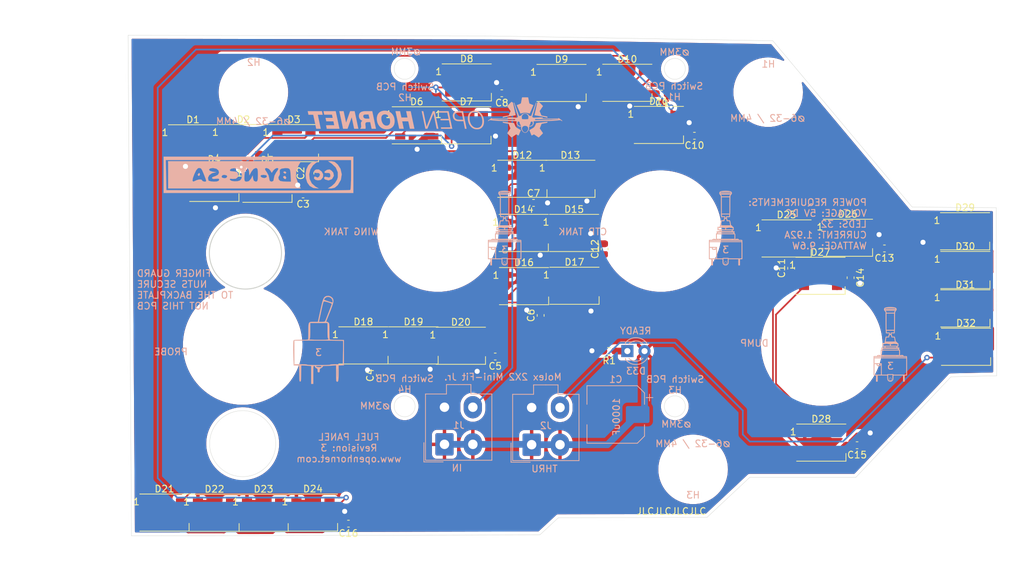
<source format=kicad_pcb>
(kicad_pcb (version 20211014) (generator pcbnew)
  (title_block (title "FUEL PANEL") (date "2023-02-10") (rev "3"))
  (layers (0 "F.Cu" signal) (31 "B.Cu" signal) (34 "B.Paste" user) (35 "F.Paste" user) (36 "B.SilkS" user "B.Silkscreen") (37 "F.SilkS" user "F.Silkscreen") (38 "B.Mask" user) (39 "F.Mask" user) (44 "Edge.Cuts" user))
  (net 0 "")
  (net 1 "Net-(D1-Pad2)")
  (net 2 "Net-(D1-Pad4)")
  (net 3 "Net-(D2-Pad2)")
  (net 4 "Net-(D3-Pad2)")
  (net 5 "Net-(D4-Pad2)")
  (net 6 "Net-(D4-Pad4)")
  (net 7 "Net-(D12-Pad4)")
  (net 8 "Net-(D6-Pad2)")
  (net 9 "Net-(D8-Pad2)")
  (net 10 "Net-(D10-Pad4)")
  (net 11 "Net-(D11-Pad2)")
  (net 12 "Net-(D11-Pad4)")
  (net 13 "Net-(D12-Pad2)")
  (net 14 "Net-(D13-Pad2)")
  (net 15 "Net-(D14-Pad2)")
  (net 16 "Net-(D15-Pad2)")
  (net 17 "Net-(D16-Pad2)")
  (net 18 "Net-(D17-Pad2)")
  (net 19 "Net-(D18-Pad2)")
  (net 20 "Net-(D19-Pad2)")
  (net 21 "Net-(D20-Pad2)")
  (net 22 "Net-(D21-Pad2)")
  (net 23 "Net-(D22-Pad2)")
  (net 24 "Net-(D23-Pad2)")
  (net 25 "Net-(D25-Pad2)")
  (net 26 "Net-(D26-Pad2)")
  (net 27 "Net-(D27-Pad2)")
  (net 28 "Net-(D28-Pad2)")
  (net 29 "Net-(D29-Pad2)")
  (net 30 "Net-(D30-Pad2)")
  (net 31 "Net-(D31-Pad2)")
  (net 32 "/LEDGND")
  (net 33 "/LED+5V")
  (net 34 "Net-(D33-Pad1)")
  (net 35 "/DATAIN")
  (net 36 "/DATAOUT")
  (footprint "OH_Footprints:LED_WS2812B_PLCC4_5.0x5.0mm_P3.2mm" (layer "F.Cu") (at 108.673 91.0336)
    (fp_text reference "D1")
    (fp_text value "WS2812B")
  )
  (footprint "OH_Footprints:LED_WS2812B_PLCC4_5.0x5.0mm_P3.2mm" (layer "F.Cu") (at 116.14 91.008)
    (fp_text reference "D2")
    (fp_text value "WS2812B")
  )
  (footprint "OH_Footprints:LED_WS2812B_PLCC4_5.0x5.0mm_P3.2mm" (layer "F.Cu") (at 123.608 91.0084)
    (fp_text reference "D3")
    (fp_text value "WS2812B")
  )
  (footprint "OH_Footprints:LED_WS2812B_PLCC4_5.0x5.0mm_P3.2mm" (layer "F.Cu") (at 111.822 96.9008)
    (fp_text reference "D4")
    (fp_text value "WS2812B")
  )
  (footprint "OH_Footprints:LED_WS2812B_PLCC4_5.0x5.0mm_P3.2mm" (layer "F.Cu") (at 119.685 97.028)
    (fp_text reference "D5")
    (fp_text value "WS2812B")
  )
  (footprint "OH_Footprints:LED_WS2812B_PLCC4_5.0x5.0mm_P3.2mm" (layer "F.Cu") (at 141.794 88.3668)
    (fp_text reference "D6")
    (fp_text value "WS2812B")
  )
  (footprint "OH_Footprints:LED_WS2812B_PLCC4_5.0x5.0mm_P3.2mm" (layer "F.Cu") (at 149.137 88.3668)
    (fp_text reference "D7")
    (fp_text value "WS2812B")
  )
  (footprint "OH_Footprints:LED_WS2812B_PLCC4_5.0x5.0mm_P3.2mm" (layer "F.Cu") (at 149.188 82.0164)
    (fp_text reference "D8")
    (fp_text value "WS2812B")
  )
  (footprint "OH_Footprints:LED_WS2812B_PLCC4_5.0x5.0mm_P3.2mm" (layer "F.Cu") (at 163.22 82.0928)
    (fp_text reference "D9")
    (fp_text value "WS2812B")
  )
  (footprint "OH_Footprints:LED_WS2812B_PLCC4_5.0x5.0mm_P3.2mm" (layer "F.Cu") (at 172.962 82.0672)
    (fp_text reference "D10")
    (fp_text value "WS2812B")
  )
  (footprint "OH_Footprints:LED_WS2812B_PLCC4_5.0x5.0mm_P3.2mm" (layer "F.Cu") (at 177.636 88.3156)
    (fp_text reference "D11")
    (fp_text value "WS2812B")
  )
  (footprint "OH_Footprints:LED_WS2812B_PLCC4_5.0x5.0mm_P3.2mm" (layer "F.Cu") (at 157.418 96.2912)
    (fp_text reference "D12")
    (fp_text value "WS2812B")
  )
  (footprint "OH_Footprints:LED_WS2812B_PLCC4_5.0x5.0mm_P3.2mm" (layer "F.Cu") (at 164.53 96.2912)
    (fp_text reference "D13")
    (fp_text value "WS2812B")
  )
  (footprint "OH_Footprints:LED_WS2812B_PLCC4_5.0x5.0mm_P3.2mm" (layer "F.Cu") (at 157.621 104.318)
    (fp_text reference "D14")
    (fp_text value "WS2812B")
  )
  (footprint "OH_Footprints:LED_WS2812B_PLCC4_5.0x5.0mm_P3.2mm" (layer "F.Cu") (at 165.088 104.318)
    (fp_text reference "D15")
    (fp_text value "WS2812B")
  )
  (footprint "OH_Footprints:LED_WS2812B_PLCC4_5.0x5.0mm_P3.2mm" (layer "F.Cu") (at 157.672 112.192)
    (fp_text reference "D16")
    (fp_text value "WS2812B")
  )
  (footprint "OH_Footprints:LED_WS2812B_PLCC4_5.0x5.0mm_P3.2mm" (layer "F.Cu") (at 165.139 112.141)
    (fp_text reference "D17")
    (fp_text value "WS2812B")
  )
  (footprint "OH_Footprints:LED_WS2812B_PLCC4_5.0x5.0mm_P3.2mm" (layer "F.Cu") (at 133.897 120.98)
    (fp_text reference "D18")
    (fp_text value "WS2812B")
  )
  (footprint "OH_Footprints:LED_WS2812B_PLCC4_5.0x5.0mm_P3.2mm" (layer "F.Cu") (at 141.314 120.98)
    (fp_text reference "D19")
    (fp_text value "WS2812B")
  )
  (footprint "OH_Footprints:LED_WS2812B_PLCC4_5.0x5.0mm_P3.2mm" (layer "F.Cu") (at 148.324 121.031)
    (fp_text reference "D20")
    (fp_text value "WS2812B")
  )
  (footprint "OH_Footprints:LED_WS2812B_PLCC4_5.0x5.0mm_P3.2mm" (layer "F.Cu") (at 104.445 145.745)
    (fp_text reference "D21")
    (fp_text value "WS2812B")
  )
  (footprint "OH_Footprints:LED_WS2812B_PLCC4_5.0x5.0mm_P3.2mm" (layer "F.Cu") (at 111.85 145.771)
    (fp_text reference "D22")
    (fp_text value "WS2812B")
  )
  (footprint "OH_Footprints:LED_WS2812B_PLCC4_5.0x5.0mm_P3.2mm" (layer "F.Cu") (at 119.114 145.77)
    (fp_text reference "D23")
    (fp_text value "WS2812B")
  )
  (footprint "OH_Footprints:LED_WS2812B_PLCC4_5.0x5.0mm_P3.2mm" (layer "F.Cu") (at 126.43 145.745)
    (fp_text reference "D24")
    (fp_text value "WS2812B")
  )
  (footprint "OH_Footprints:LED_WS2812B_PLCC4_5.0x5.0mm_P3.2mm" (layer "F.Cu") (at 196.534 105.131)
    (fp_text reference "D25")
    (fp_text value "WS2812B")
  )
  (footprint "OH_Footprints:LED_WS2812B_PLCC4_5.0x5.0mm_P3.2mm" (layer "F.Cu") (at 205.627 105.029)
    (fp_text reference "D26")
    (fp_text value "WS2812B")
  )
  (footprint "OH_Footprints:LED_WS2812B_PLCC4_5.0x5.0mm_P3.2mm" (layer "F.Cu") (at 201.563 110.668)
    (fp_text reference "D27")
    (fp_text value "WS2812B")
  )
  (footprint "OH_Footprints:LED_WS2812B_PLCC4_5.0x5.0mm_P3.2mm" (layer "F.Cu") (at 201.676 135.382)
    (fp_text reference "D28")
    (fp_text value "WS2812B")
  )
  (footprint "OH_Footprints:LED_WS2812B_PLCC4_5.0x5.0mm_P3.2mm" (layer "F.Cu") (at 222.961 104.064)
    (fp_text reference "D29")
    (fp_text value "WS2812B")
  )
  (footprint "OH_Footprints:LED_WS2812B_PLCC4_5.0x5.0mm_P3.2mm" (layer "F.Cu") (at 223 109.804)
    (fp_text reference "D30")
    (fp_text value "WS2812B")
  )
  (footprint "OH_Footprints:LED_WS2812B_PLCC4_5.0x5.0mm_P3.2mm" (layer "F.Cu") (at 223 115.494)
    (fp_text reference "D31")
    (fp_text value "WS2812B")
  )
  (footprint "OH_Footprints:LED_WS2812B_PLCC4_5.0x5.0mm_P3.2mm" (layer "F.Cu") (at 223.102 121.183)
    (fp_text reference "D32")
    (fp_text value "WS2812B")
  )
  (footprint "OH_Footprints:R_0603_1608Metric" (layer "F.Cu") (at 170.282 121.818 180)
    (fp_text reference "R1")
    (fp_text value "R")
  )
  (footprint "OH_Footprints:C_0603_1608Metric" (layer "F.Cu") (at 126.05512 95.46326 90)
    (fp_text reference "C2")
    (fp_text value "C")
  )
  (footprint "OH_Footprints:C_0603_1608Metric" (layer "F.Cu") (at 124.9681 98.60534 180)
    (fp_text reference "C3")
    (fp_text value "C")
  )
  (footprint "OH_Footprints:C_0603_1608Metric" (layer "F.Cu") (at 136.330007 125.396673 90)
    (fp_text reference "C4")
    (fp_text value "C")
  )
  (footprint "OH_Footprints:C_0603_1608Metric" (layer "F.Cu") (at 153.41102 122.62358 180)
    (fp_text reference "C5")
    (fp_text value "C")
  )
  (footprint "OH_Footprints:C_0603_1608Metric" (layer "F.Cu") (at 160.13684 116.53256 90)
    (fp_text reference "C6")
    (fp_text value "C")
  )
  (footprint "OH_Footprints:C_0603_1608Metric" (layer "F.Cu") (at 159.08518 99.86518)
    (fp_text reference "C7")
    (fp_text value "C")
  )
  (footprint "OH_Footprints:C_0603_1608Metric" (layer "F.Cu") (at 154.3812 83.6168 180)
    (fp_text reference "C8")
    (fp_text value "C")
  )
  (footprint "OH_Footprints:C_0603_1608Metric" (layer "F.Cu") (at 178.05136 83.67522 180)
    (fp_text reference "C9")
    (fp_text value "C")
  )
  (footprint "OH_Footprints:C_0603_1608Metric" (layer "F.Cu") (at 182.89788 89.916 180)
    (fp_text reference "C10")
    (fp_text value "C")
  )
  (footprint "OH_Footprints:C_0603_1608Metric" (layer "F.Cu") (at 197.22338 109.54502 90)
    (fp_text reference "C11")
    (fp_text value "C")
  )
  (footprint "OH_Footprints:C_0603_1608Metric" (layer "F.Cu") (at 169.61104 106.69788 90)
    (fp_text reference "C12")
    (fp_text value "C")
  )
  (footprint "OH_Footprints:C_0603_1608Metric" (layer "F.Cu") (at 211.02584 106.61396 180)
    (fp_text reference "C13")
    (fp_text value "C")
  )
  (footprint "OH_Footprints:C_0603_1608Metric" (layer "F.Cu") (at 206.0194 110.94964 -90)
    (fp_text reference "C14")
    (fp_text value "C")
  )
  (footprint "OH_Footprints:C_0603_1608Metric" (layer "F.Cu") (at 206.97454 135.77062 180)
    (fp_text reference "C15")
    (fp_text value "C")
  )
  (footprint "OH_Footprints:C_0603_1608Metric" (layer "F.Cu") (at 131.68386 147.39366 180)
    (fp_text reference "C16")
    (fp_text value "C")
  )
  (footprint "OH_Backlighting:SxAL_Toggle_13x13mm" (layer "F.Cu") (at 144.9197 104.0384)
    (fp_text reference "1" hide)
    (fp_text value "SxAL_Toggle_13x13mm" hide)
  )
  (footprint "OH_Backlighting:SxAL_Toggle_13x13mm" (layer "F.Cu") (at 177.9397 104.0384)
    (fp_text reference "2" hide)
    (fp_text value "SxAL_Toggle_13x13mm" hide)
  )
  (footprint "OH_Backlighting:SxAL_Toggle_13x13mm" (layer "F.Cu") (at 201.7522 120.9294)
    (fp_text reference "3" hide)
    (fp_text value "SxAL_Toggle_13x13mm" hide)
  )
  (footprint "OH_Backlighting:OH_Panel_6-32_PHS" (layer "F.Cu") (at 182.70474 139.3444)
    (fp_text reference "5" hide)
    (fp_text value "OH_Panel_Fastner_Keepout" hide)
  )
  (footprint "OH_Backlighting:OH_Panel_6-32_PHS" (layer "F.Cu") (at 117.6147 83.4644)
    (fp_text reference "5" hide)
    (fp_text value "OH_Panel_Fastner_Keepout" hide)
  )
  (footprint "OH_Backlighting:OH_Panel_6-32_PHS" (layer "F.Cu") (at 193.8147 83.4644)
    (fp_text reference "6" hide)
    (fp_text value "OH_Panel_Fastner_Keepout" hide)
  )
  (footprint "OH_Backlighting:631H_Toggle_13mm_x_13mm" (layer "F.Cu") (at 116.0272 120.9294)
    (fp_text reference "7" hide)
    (fp_text value "631H_Toggle_13mm_x_13mm" hide)
  )
  (footprint "OH_Footprints:CP_Elec_8x10" (layer "B.Cu") (at 171.248 131.216 180)
    (fp_text reference "C1")
    (fp_text value "C_Polarized")
  )
  (footprint "OH_Footprints:Molex_Mini-Fit_Jr_5566-04A_2x02_P4.20mm_Vertical" (layer "B.Cu") (at 145.898 135.636)
    (fp_text reference "J1")
    (fp_text value "Conn_01x04_Female")
  )
  (footprint "OH_Footprints:Molex_Mini-Fit_Jr_5566-04A_2x02_P4.20mm_Vertical" (layer "B.Cu") (at 158.801 135.687)
    (fp_text reference "J2")
    (fp_text value "Conn_01x04_Female")
  )
  (footprint "OH_Footprints:LED_D3.0mm" (layer "B.Cu") (at 172.974 121.818)
    (fp_text reference "D33")
    (fp_text value "LED")
  )
  (footprint "Kicad Footprint Files:S3ALToggle" (layer "B.Cu") (at 154.94 103.7336 180)
    (fp_text reference "G***" hide)
    (fp_text value "LOGO" hide)
  )
  (footprint "Kicad Footprint Files:S3ALToggle" (layer "B.Cu") (at 187.6552 103.7336 180)
    (fp_text reference "G***" hide)
    (fp_text value "LOGO" hide)
  )
  (footprint "Kicad Footprint Files:S3ALToggle" (layer "B.Cu") (at 212.0392 120.9548 180)
    (fp_text reference "G***" hide)
    (fp_text value "LOGO" hide)
  )
  (footprint "Kicad Footprint Files:631HToggle" (layer "B.Cu") (at 127.3048 120.142 180)
    (fp_text reference "G***" hide)
    (fp_text value "LOGO" hide)
  )
  (footprint "OH_General:CC-BY-NC-SA-Small" (layer "B.Cu") (at 118.44782 95.70212 180)
    (fp_text reference "G***" hide)
    (fp_text value "LOGO" hide)
  )
  (footprint "OH_General:OH_LOGO_37.7mm_5.9mm" (layer "B.Cu") (at 144.5 87.2 180)
    (fp_text reference "G***" hide)
    (fp_text value "LOGO" hide)
  )
  (gr_line (start 194.5132 75.8444) (end 152.7556 75.1332) (layer "Edge.Cuts") (width 0.05))
  (gr_line (start 160.02 149.0472) (end 162.7632 146.5072) (layer "Edge.Cuts") (width 0.05))
  (gr_circle (center 140 80) (end 141.55 80) (layer "Edge.Cuts") (width 0.05) (fill none))
  (gr_line (start 220.8784 125.6284) (end 227.6348 125.476) (layer "Edge.Cuts") (width 0.05))
  (gr_line (start 152.7556 75.1332) (end 99.06 75.0316) (layer "Edge.Cuts") (width 0.05))
  (gr_line (start 227.6348 125.476) (end 227.584 100.584) (layer "Edge.Cuts") (width 0.05))
  (gr_line (start 162.7632 146.5072) (end 184.7596 146.4564) (layer "Edge.Cuts") (width 0.05))
  (gr_line (start 191.1096 140.5128) (end 206.8068 140.5128) (layer "Edge.Cuts") (width 0.05))
  (gr_circle (center 180 130) (end 181.55 130) (layer "Edge.Cuts") (width 0.05) (fill none))
  (gr_line (start 99.06 75.0316) (end 99.568 149.1996) (layer "Edge.Cuts") (width 0.05))
  (gr_line (start 99.568 149.1996) (end 160.02 149.0472) (layer "Edge.Cuts") (width 0.05))
  (gr_circle (center 180 80) (end 181.55 80) (layer "Edge.Cuts") (width 0.05) (fill none))
  (gr_circle (center 140 130) (end 141.55 130) (layer "Edge.Cuts") (width 0.05) (fill none))
  (gr_line (start 184.7596 146.4564) (end 191.1096 140.5128) (layer "Edge.Cuts") (width 0.05))
  (gr_line (start 227.584 100.584) (end 215.138 100.4824) (layer "Edge.Cuts") (width 0.05))
  (gr_circle (center 116.0272 135.5344) (end 119.3292 139.1412) (layer "Edge.Cuts") (width 0.05) (fill none))
  (gr_line (start 206.8068 140.5128) (end 220.8784 125.6284) (layer "Edge.Cuts") (width 0.05))
  (gr_circle (center 116.4336 107.2896) (end 121.773644 107.2896) (layer "Edge.Cuts") (width 0.15) (fill none))
  (gr_line (start 215.138 100.4824) (end 194.5132 75.8444) (layer "Edge.Cuts") (width 0.05))
  (gr_text "POWER REQUIREMENTS:\nVOLTAGE: 5V DC\nLEDS: 32\nCURRENT: 1.92A\nWATTAGE: 9.6W" (at 208.5086 103.00716) (layer "B.SilkS") (effects (font (size 1 1)) (justify left mirror)))
  (gr_text "THRU" (at 160.7058 139.26566) (layer "B.SilkS") (effects (font (size 1 1)) (justify mirror)))
  (gr_text "PROBE" (at 105.41 121.92) (layer "B.SilkS") (effects (font (size 1 1)) (justify mirror)))
  (gr_text "⌀3MM" (at 140.208 77.47) (layer "B.SilkS") (effects (font (size 1 1)) (justify mirror)))
  (gr_text "IN" (at 147.74672 139.14374) (layer "B.SilkS") (effects (font (size 1 1)) (justify mirror)))
  (gr_text "Switch PCB\nH4" (at 140.0048 126.6952) (layer "B.SilkS") (effects (font (size 1 1)) (justify mirror)))
  (gr_text "DUMP" (at 191.77 120.65) (layer "B.SilkS") (effects (font (size 1 1)) (justify mirror)))
  (gr_text "Switch PCB\nH2" (at 140.0556 83.4644) (layer "B.SilkS") (effects (font (size 1 1)) (justify mirror)))
  (gr_text "⌀3MM" (at 135.636 129.9464) (layer "B.SilkS") (effects (font (size 1 1)) (justify mirror)))
  (gr_text "READY" (at 174.1932 118.8212) (layer "B.SilkS") (effects (font (size 1 1)) (justify mirror)))
  (gr_text "1000uF" (at 171.3484 131.572 90) (layer "B.SilkS") (effects (font (size 1 1)) (justify mirror)))
  (gr_text "Switch PCB\nH3" (at 180.0352 126.7968) (layer "B.SilkS") (effects (font (size 1 1)) (justify mirror)))
  (gr_text "CTR TANK" (at 166.37 104.14) (layer "B.SilkS") (effects (font (size 1 1)) (justify mirror)))
  (gr_text "FINGER GUARD\nNUTS SECURE\nTO THE BACKPLATE\nNOT THIS PCB" (at 100.2792 112.7252) (layer "B.SilkS") (effects (font (size 1 1)) (justify right mirror)))
  (gr_text "3" (at 127.254 122.0216) (layer "B.SilkS") (effects (font (size 1 1)) (justify mirror)))
  (gr_text "⌀3MM" (at 180.2384 132.6388) (layer "B.SilkS") (effects (font (size 1 1)) (justify mirror)))
  (gr_text "Switch PCB\nH1" (at 179.8828 83.3628) (layer "B.SilkS") (effects (font (size 1 1)) (justify mirror)))
  (gr_text "WING TANK" (at 132.08 104.14) (layer "B.SilkS") (effects (font (size 1 1)) (justify mirror)))
  (gr_text "⌀3MM" (at 179.9844 77.5208) (layer "B.SilkS") (effects (font (size 1 1)) (justify mirror)))
  (gr_text "FUEL PANEL\nRevision: 3\nwww.openhornet.com" (at 131.7498 136.1694) (layer "B.SilkS") (effects (font (size 1 1)) (justify mirror)))
  (gr_text "Molex 2X2 Mini-Fit Jr." (at 154.54884 125.65634) (layer "B.SilkS") (effects (font (size 1 1)) (justify mirror)))
  (gr_text "JLCJLCJLCJLC" (at 179.49 145.56) (layer "F.SilkS") (effects (font (size 1 1))))
  (segment (start 106.223 92.6336) (end 107.073601 91.782999) (width 0.25) (layer "F.Cu") (net 1))
  (segment (start 116.215001 91.782999) (end 118.59 89.408) (width 0.25) (layer "F.Cu") (net 1))
  (segment (start 107.073601 91.782999) (end 116.215001 91.782999) (width 0.25) (layer "F.Cu") (net 1))
  (segment (start 176.487001 81.227201) (end 175.331842 82.38236) (width 0.25) (layer "F.Cu") (net 2))
  (segment (start 112.93602 78.0669) (end 174.846702 78.0669) (width 0.25) (layer "F.Cu") (net 2))
  (segment (start 176.487001 79.707199) (end 176.487001 81.227201) (width 0.25) (layer "F.Cu") (net 2))
  (segment (start 111.123 89.4336) (end 111.123 79.87992) (width 0.25) (layer "F.Cu") (net 2))
  (segment (start 174.13325 82.38236) (end 172.84841 83.6672) (width 0.25) (layer "F.Cu") (net 2))
  (segment (start 175.331842 82.38236) (end 174.13325 82.38236) (width 0.25) (layer "F.Cu") (net 2))
  (segment (start 111.123 79.87992) (end 112.93602 78.0669) (width 0.25) (layer "F.Cu") (net 2))
  (segment (start 174.846702 78.0669) (end 176.487001 79.707199) (width 0.25) (layer "F.Cu") (net 2))
  (segment (start 172.84841 83.6672) (end 170.512 83.6672) (width 0.25) (layer "F.Cu") (net 2))
  (segment (start 116.754998 92.608) (end 119.129597 90.233401) (width 0.25) (layer "F.Cu") (net 3))
  (segment (start 125.232999 90.233401) (end 126.058 89.4084) (width 0.25) (layer "F.Cu") (net 3))
  (segment (start 119.129597 90.233401) (end 125.232999 90.233401) (width 0.25) (layer "F.Cu") (net 3))
  (segment (start 113.69 92.608) (end 116.754998 92.608) (width 0.25) (layer "F.Cu") (net 3))
  (segment (start 137.242397 90.233401) (end 139.883997 87.591801) (width 0.25) (layer "F.Cu") (net 4))
  (segment (start 143.418999 87.591801) (end 144.244 86.7668) (width 0.25) (layer "F.Cu") (net 4))
  (segment (start 121.158 92.6084) (end 124.222998 92.6084) (width 0.25) (layer "F.Cu") (net 4))
  (segment (start 139.883997 87.591801) (end 143.418999 87.591801) (width 0.25) (layer "F.Cu") (net 4))
  (segment (start 124.222998 92.6084) (end 126.597997 90.233401) (width 0.25) (layer "F.Cu") (net 4))
  (segment (start 126.597997 90.233401) (end 137.242397 90.233401) (width 0.25) (layer "F.Cu") (net 4))
  (segment (start 110.869799 96.253001) (end 121.309999 96.253001) (width 0.25) (layer "F.Cu") (net 5))
  (segment (start 109.372 98.5008) (end 109.372 97.7508) (width 0.25) (layer "F.Cu") (net 5))
  (segment (start 121.309999 96.253001) (end 122.135 95.428) (width 0.25) (layer "F.Cu") (net 5))
  (segment (start 109.372 97.7508) (end 110.869799 96.253001) (width 0.25) (layer "F.Cu") (net 5))
  (segment (start 115.81892 94.55404) (end 115.81892 94.55404) (width 0.25) (layer "F.Cu") (net 6))
  (segment (start 115.01876 94.55404) (end 115.81892 94.55404) (width 0.25) (layer "F.Cu") (net 6))
  (segment (start 114.272 95.3008) (end 115.01876 94.55404) (width 0.25) (layer "F.Cu") (net 6))
  (segment (start 146.9517 90.2315) (end 146.687 89.9668) (width 0.25) (layer "F.Cu") (net 6))
  (segment (start 146.9517 91.4654) (end 146.9517 90.2315) (width 0.25) (layer "F.Cu") (net 6))
  (via (at 146.9517 91.4654) (size 0.8) (drill 0.4) (layers "F.Cu" "B.Cu") (net 6))
  (via (at 115.81892 94.55404) (size 0.8) (drill 0.4) (layers "F.Cu" "B.Cu") (net 6))
  (segment (start 146.9517 91.4654) (end 146.93646 91.4654) (width 0.25) (layer "B.Cu") (net 6))
  (segment (start 115.81892 94.55404) (end 120.49506 89.8779) (width 0.25) (layer "B.Cu") (net 6))
  (segment (start 145.34896 89.8779) (end 146.9517 91.4654) (width 0.25) (layer "B.Cu") (net 6))
  (segment (start 120.49506 89.8779) (end 145.34896 89.8779) (width 0.25) (layer "B.Cu") (net 6))
  (segment (start 133.627822 101.72446) (end 120.37568 101.72446) (width 0.25) (layer "F.Cu") (net 7))
  (segment (start 157.367201 92.190401) (end 143.161881 92.190401) (width 0.25) (layer "F.Cu") (net 7))
  (segment (start 143.161881 92.190401) (end 133.627822 101.72446) (width 0.25) (layer "F.Cu") (net 7))
  (segment (start 159.868 94.6912) (end 157.367201 92.190401) (width 0.25) (layer "F.Cu") (net 7))
  (segment (start 120.37568 101.72446) (end 117.27922 98.628) (width 0.25) (layer "F.Cu") (net 7))
  (segment (start 117.27922 98.628) (end 117.235 98.628) (width 0.25) (layer "F.Cu") (net 7))
  (segment (start 139.344 89.9668) (end 140.169001 89.141799) (width 0.25) (layer "F.Cu") (net 8))
  (segment (start 149.212001 89.141799) (end 151.587 86.7668) (width 0.25) (layer "F.Cu") (net 8))
  (segment (start 140.169001 89.141799) (end 149.212001 89.141799) (width 0.25) (layer "F.Cu") (net 8))
  (segment (start 159.759999 81.317801) (end 164.844999 81.317801) (width 0.25) (layer "F.Cu") (net 9))
  (segment (start 164.844999 81.317801) (end 165.67 80.4928) (width 0.25) (layer "F.Cu") (net 9))
  (segment (start 153.122938 80.92948) (end 159.371678 80.92948) (width 0.25) (layer "F.Cu") (net 9))
  (segment (start 148.362999 81.241401) (end 152.811017 81.241401) (width 0.25) (layer "F.Cu") (net 9))
  (segment (start 146.738 82.8664) (end 148.362999 81.241401) (width 0.25) (layer "F.Cu") (net 9))
  (segment (start 152.811017 81.241401) (end 153.122938 80.92948) (width 0.25) (layer "F.Cu") (net 9))
  (segment (start 146.738 83.6164) (end 146.738 82.8664) (width 0.25) (layer "F.Cu") (net 9))
  (segment (start 159.371678 80.92948) (end 159.759999 81.317801) (width 0.25) (layer "F.Cu") (net 9))
  (segment (start 160.77 83.6928) (end 161.620601 82.842199) (width 0.25) (layer "F.Cu") (net 10))
  (segment (start 173.037001 82.842199) (end 175.412 80.4672) (width 0.25) (layer "F.Cu") (net 10))
  (segment (start 161.620601 82.842199) (end 173.037001 82.842199) (width 0.25) (layer "F.Cu") (net 10))
  (segment (start 186.944009 90.741009) (end 176.011409 90.741009) (width 0.25) (layer "F.Cu") (net 11))
  (segment (start 176.011409 90.741009) (end 175.186 89.9156) (width 0.25) (layer "F.Cu") (net 11))
  (segment (start 198.984 102.781) (end 186.944009 90.741009) (width 0.25) (layer "F.Cu") (net 11))
  (segment (start 198.984 103.531) (end 198.984 102.781) (width 0.25) (layer "F.Cu") (net 11))
  (segment (start 131.33578 143.524222) (end 131.33578 143.524222) (width 0.25) (layer "F.Cu") (net 12))
  (segment (start 129.811143 145.048859) (end 131.33578 143.524222) (width 0.25) (layer "F.Cu") (net 12))
  (segment (start 123.98 147.345) (end 127.044998 147.345) (width 0.25) (layer "F.Cu") (net 12))
  (segment (start 129.341139 145.048859) (end 129.811143 145.048859) (width 0.25) (layer "F.Cu") (net 12))
  (segment (start 179.44084 86.07044) (end 180.086 86.7156) (width 0.25) (layer "F.Cu") (net 12))
  (segment (start 127.044998 147.345) (end 129.341139 145.048859) (width 0.25) (layer "F.Cu") (net 12))
  (segment (start 179.44084 85.68182) (end 179.44084 86.07044) (width 0.25) (layer "F.Cu") (net 12))
  (via (at 131.33578 143.524222) (size 0.8) (drill 0.4) (layers "F.Cu" "B.Cu") (net 12))
  (via (at 179.44084 85.68182) (size 0.8) (drill 0.4) (layers "F.Cu" "B.Cu") (net 12))
  (segment (start 179.44084 85.68182) (end 179.38496 85.74024) (width 0.25) (layer "B.Cu") (net 12))
  (segment (start 103.45166 82.79384) (end 109.1057 77.1398) (width 0.25) (layer "B.Cu") (net 12))
  (segment (start 109.1057 77.1398) (end 170.71594 77.1398) (width 0.25) (layer "B.Cu") (net 12))
  (segment (start 131.33578 143.524222) (end 106.320842 143.524222) (width 0.25) (layer "B.Cu") (net 12))
  (segment (start 170.71594 77.1398) (end 170.78452 77.1398) (width 0.25) (layer "B.Cu") (net 12))
  (segment (start 170.78452 77.1398) (end 179.44084 85.68182) (width 0.25) (layer "B.Cu") (net 12))
  (segment (start 106.320842 143.524222) (end 103.45166 140.65504) (width 0.25) (layer "B.Cu") (net 12))
  (segment (start 103.45166 140.65504) (end 103.45166 82.79384) (width 0.25) (layer "B.Cu") (net 12))
  (segment (start 154.968 97.8912) (end 155.793001 97.066199) (width 0.25) (layer "F.Cu") (net 13))
  (segment (start 164.605001 97.066199) (end 166.98 94.6912) (width 0.25) (layer "F.Cu") (net 13))
  (segment (start 155.793001 97.066199) (end 164.605001 97.066199) (width 0.25) (layer "F.Cu") (net 13))
  (segment (start 162.235461 100.553539) (end 160.071 102.718) (width 0.25) (layer "F.Cu") (net 14))
  (segment (start 162.08 97.8912) (end 162.235461 98.046661) (width 0.25) (layer "F.Cu") (net 14))
  (segment (start 162.235461 98.046661) (end 162.235461 100.553539) (width 0.25) (layer "F.Cu") (net 14))
  (segment (start 165.163001 105.092999) (end 167.538 102.718) (width 0.25) (layer "F.Cu") (net 15))
  (segment (start 155.996001 105.092999) (end 165.163001 105.092999) (width 0.25) (layer "F.Cu") (net 15))
  (segment (start 155.171 105.918) (end 155.996001 105.092999) (width 0.25) (layer "F.Cu") (net 15))
  (segment (start 162.638 108.076) (end 160.122 110.592) (width 0.25) (layer "F.Cu") (net 16))
  (segment (start 162.638 105.918) (end 162.638 108.076) (width 0.25) (layer "F.Cu") (net 16))
  (segment (start 156.497011 112.516989) (end 165.613011 112.516989) (width 0.25) (layer "F.Cu") (net 17))
  (segment (start 165.613011 112.516989) (end 167.589 110.541) (width 0.25) (layer "F.Cu") (net 17))
  (segment (start 155.222 113.792) (end 156.497011 112.516989) (width 0.25) (layer "F.Cu") (net 17))
  (segment (start 159.046999 114.552001) (end 159.046999 113.031999) (width 0.25) (layer "F.Cu") (net 18))
  (segment (start 137.172001 120.205001) (end 141.103997 120.205001) (width 0.25) (layer "F.Cu") (net 18))
  (segment (start 146.691997 114.617001) (end 159.111999 114.617001) (width 0.25) (layer "F.Cu") (net 18))
  (segment (start 136.347 119.38) (end 137.172001 120.205001) (width 0.25) (layer "F.Cu") (net 18))
  (segment (start 159.111999 112.966999) (end 161.914999 112.966999) (width 0.25) (layer "F.Cu") (net 18))
  (segment (start 161.914999 112.966999) (end 162.689 113.741) (width 0.25) (layer "F.Cu") (net 18))
  (segment (start 159.111999 114.617001) (end 159.046999 114.552001) (width 0.25) (layer "F.Cu") (net 18))
  (segment (start 141.103997 120.205001) (end 146.691997 114.617001) (width 0.25) (layer "F.Cu") (net 18))
  (segment (start 159.046999 113.031999) (end 159.111999 112.966999) (width 0.25) (layer "F.Cu") (net 18))
  (segment (start 141.389001 121.754999) (end 143.764 119.38) (width 0.25) (layer "F.Cu") (net 19))
  (segment (start 132.272001 121.754999) (end 141.389001 121.754999) (width 0.25) (layer "F.Cu") (net 19))
  (segment (start 131.447 122.58) (end 132.272001 121.754999) (width 0.25) (layer "F.Cu") (net 19))
  (segment (start 149.948999 120.256001) (end 150.774 119.431) (width 0.25) (layer "F.Cu") (net 20))
  (segment (start 141.928998 122.58) (end 144.252997 120.256001) (width 0.25) (layer "F.Cu") (net 20))
  (segment (start 144.252997 120.256001) (end 149.948999 120.256001) (width 0.25) (layer "F.Cu") (net 20))
  (segment (start 138.864 122.58) (end 141.928998 122.58) (width 0.25) (layer "F.Cu") (net 20))
  (segment (start 140.369979 125.585801) (end 144.290161 125.585801) (width 0.25) (layer "F.Cu") (net 21))
  (segment (start 145.874 124.001962) (end 145.874 122.631) (width 0.25) (layer "F.Cu") (net 21))
  (segment (start 109.32832 141.71168) (end 124.2441 141.71168) (width 0.25) (layer "F.Cu") (net 21))
  (segment (start 106.895 144.145) (end 109.32832 141.71168) (width 0.25) (layer "F.Cu") (net 21))
  (segment (start 124.2441 141.71168) (end 140.369979 125.585801) (width 0.25) (layer "F.Cu") (net 21))
  (segment (start 144.290161 125.585801) (end 145.874 124.001962) (width 0.25) (layer "F.Cu") (net 21))
  (segment (start 102.820001 146.519999) (end 111.526221 146.519999) (width 0.25) (layer "F.Cu") (net 22))
  (segment (start 111.526221 146.519999) (end 113.87522 144.171) (width 0.25) (layer "F.Cu") (net 22))
  (segment (start 113.87522 144.171) (end 114.3 144.171) (width 0.25) (layer "F.Cu") (net 22))
  (segment (start 101.995 147.345) (end 102.820001 146.519999) (width 0.25) (layer "F.Cu") (net 22))
  (segment (start 114.839997 144.996001) (end 120.737999 144.996001) (width 0.25) (layer "F.Cu") (net 23))
  (segment (start 120.737999 144.996001) (end 121.564 144.17) (width 0.25) (layer "F.Cu") (net 23))
  (segment (start 109.4 147.371) (end 112.464998 147.371) (width 0.25) (layer "F.Cu") (net 23))
  (segment (start 112.464998 147.371) (end 114.839997 144.996001) (width 0.25) (layer "F.Cu") (net 23))
  (segment (start 126.505001 146.519999) (end 128.88 144.145) (width 0.25) (layer "F.Cu") (net 24))
  (segment (start 117.514001 146.519999) (end 126.505001 146.519999) (width 0.25) (layer "F.Cu") (net 24))
  (segment (start 116.664 147.37) (end 117.514001 146.519999) (width 0.25) (layer "F.Cu") (net 24))
  (segment (start 208.077 104.179) (end 206.452001 105.803999) (width 0.25) (layer "F.Cu") (net 25))
  (segment (start 208.077 103.429) (end 208.077 104.179) (width 0.25) (layer "F.Cu") (net 25))
  (segment (start 206.452001 105.803999) (end 195.011001 105.803999) (width 0.25) (layer "F.Cu") (net 25))
  (segment (start 195.011001 105.803999) (end 194.084 106.731) (width 0.25) (layer "F.Cu") (net 25))
  (segment (start 203.177 106.629) (end 203.177 108.232) (width 0.25) (layer "F.Cu") (net 26))
  (segment (start 203.177 108.232) (end 204.013 109.068) (width 0.25) (layer "F.Cu") (net 26))
  (segment (start 201.274158 132.956999) (end 194.975014 126.657855) (width 0.25) (layer "F.Cu") (net 27))
  (segment (start 204.126 133.782) (end 203.300999 132.956999) (width 0.25) (layer "F.Cu") (net 27))
  (segment (start 194.975014 126.657855) (end 194.975014 116.405986) (width 0.25) (layer "F.Cu") (net 27))
  (segment (start 203.300999 132.956999) (end 201.274158 132.956999) (width 0.25) (layer "F.Cu") (net 27))
  (segment (start 194.975014 116.405986) (end 199.113 112.268) (width 0.25) (layer "F.Cu") (net 27))
  (segment (start 198.102999 111.442999) (end 194.525004 115.020994) (width 0.25) (layer "F.Cu") (net 28))
  (segment (start 203.473003 111.442999) (end 198.102999 111.442999) (width 0.25) (layer "F.Cu") (net 28))
  (segment (start 194.525004 115.020994) (end 194.525004 132.281004) (width 0.25) (layer "F.Cu") (net 28))
  (segment (start 210.271664 109.39963) (end 205.516372 109.39963) (width 0.25) (layer "F.Cu") (net 28))
  (segment (start 205.516372 109.39963) (end 203.473003 111.442999) (width 0.25) (layer "F.Cu") (net 28))
  (segment (start 224.585999 103.289001) (end 216.382293 103.289001) (width 0.25) (layer "F.Cu") (net 28))
  (segment (start 216.382293 103.289001) (end 210.271664 109.39963) (width 0.25) (layer "F.Cu") (net 28))
  (segment (start 194.525004 132.281004) (end 199.226 136.982) (width 0.25) (layer "F.Cu") (net 28))
  (segment (start 225.411 102.464) (end 224.585999 103.289001) (width 0.25) (layer "F.Cu") (net 28))
  (segment (start 220.511 105.664) (end 222.91 105.664) (width 0.25) (layer "F.Cu") (net 29))
  (segment (start 222.91 105.664) (end 225.45 108.204) (width 0.25) (layer "F.Cu") (net 29))
  (segment (start 220.55 111.404) (end 222.96 111.404) (width 0.25) (layer "F.Cu") (net 30))
  (segment (start 222.96 111.404) (end 225.45 113.894) (width 0.25) (layer "F.Cu") (net 30))
  (segment (start 223.063 117.094) (end 225.552 119.583) (width 0.25) (layer "F.Cu") (net 31))
  (segment (start 220.55 117.094) (end 223.063 117.094) (width 0.25) (layer "F.Cu") (net 31))
  (segment (start 158.07944 115.74018) (end 158.08432 115.74506) (width 1) (layer "F.Cu") (net 32))
  (segment (start 167.58412 115.88496) (end 167.589 115.88008) (width 1) (layer "F.Cu") (net 32))
  (segment (start 160.071 107.60476) (end 160.071 107.60476) (width 1) (layer "F.Cu") (net 32))
  (segment (start 161.16046 99.8601) (end 161.15538 99.86518) (width 1) (layer "F.Cu") (net 32))
  (segment (start 166.98 99.58364) (end 166.98 99.58364) (width 1) (layer "F.Cu") (net 32))
  (segment (start 153.44902 89.9668) (end 153.44902 89.9668) (width 1) (layer "F.Cu") (net 32))
  (segment (start 141.84884 91.91244) (end 141.84884 91.91244) (width 1) (layer "F.Cu") (net 32))
  (segment (start 153.60904 82.03438) (end 153.5937 82.04972) (width 1) (layer "F.Cu") (net 32))
  (segment (start 165.69182 85.60816) (end 165.67 85.58634) (width 1) (layer "F.Cu") (net 32))
  (segment (start 173.31944 85.51164) (end 173.31944 85.51164) (width 1) (layer "F.Cu") (net 32))
  (segment (start 182.12054 87.9729) (end 182.11038 87.98306) (width 1) (layer "F.Cu") (net 32))
  (segment (start 111.99368 100.584) (end 112.1888 100.584) (width 1) (layer "F.Cu") (net 32))
  (segment (start 124.17044 97.22358) (end 124.1806 97.23374) (width 1) (layer "F.Cu") (net 32))
  (segment (start 107.55376 94.45284) (end 107.55376 94.45284) (width 1) (layer "F.Cu") (net 32))
  (segment (start 134.502473 124.609173) (end 134.502473 124.609173) (width 1) (layer "F.Cu") (net 32))
  (segment (start 143.77416 124.5108) (end 143.764 124.50064) (width 1) (layer "F.Cu") (net 32))
  (segment (start 150.73884 124.81814) (end 150.774 124.78298) (width 1) (layer "F.Cu") (net 32))
  (segment (start 131.12496 145.56486) (end 131.12496 145.56486) (width 1) (layer "F.Cu") (net 32))
  (segment (start 195.00342 109.49178) (end 195.01104 109.49178) (width 0.75) (layer "F.Cu") (net 32))
  (segment (start 207.4037 111.74984) (end 207.391 111.73714) (width 0.75) (layer "F.Cu") (net 32))
  (segment (start 210.23326 104.5591) (end 210.23834 104.56418) (width 0.75) (layer "F.Cu") (net 32))
  (segment (start 167.72382 121.77268) (end 167.76914 121.818) (width 1) (layer "F.Cu") (net 32))
  (segment (start 216.73566 105.69956) (end 216.73566 105.69956) (width 1) (layer "F.Cu") (net 32))
  (segment (start 208.92008 133.9469) (end 208.92008 133.9469) (width 1) (layer "F.Cu") (net 32))
  (segment (start 167.538 104.40884) (end 167.538 104.40884) (width 1) (layer "F.Cu") (net 32))
  (segment (start 130.8477 147.345) (end 130.89636 147.39366) (width 1) (layer "F.Cu") (net 32))
  (segment (start 126.05512 94.67576) (end 125.58012 94.67576) (width 1) (layer "F.Cu") (net 32))
  (segment (start 136.347 124.59218) (end 136.330007 124.609173) (width 1) (layer "F.Cu") (net 32))
  (segment (start 115.482908 148.553908) (end 117.687721 148.553908) (width 0.75) (layer "F.Cu") (net 32))
  (segment (start 126.058 94.67288) (end 126.05512 94.67576) (width 1) (layer "F.Cu") (net 32))
  (segment (start 206.18704 135.77062) (end 205.33738 135.77062) (width 1) (layer "F.Cu") (net 32))
  (segment (start 180.086 89.9156) (end 182.10998 89.9156) (width 1) (layer "F.Cu") (net 32))
  (segment (start 106.895 147.345) (end 107.996001 148.446001) (width 0.75) (layer "F.Cu") (net 32))
  (segment (start 222.876739 104.463999) (end 217.971221 104.463999) (width 1) (layer "F.Cu") (net 32))
  (segment (start 107.996001 148.446001) (end 113.224999 148.446001) (width 0.75) (layer "F.Cu") (net 32))
  (segment (start 118.59 92.608) (end 119.790401 93.808401) (width 1) (layer "F.Cu") (net 32))
  (segment (start 169.4945 121.818) (end 167.72382 121.77268) (width 1) (layer "F.Cu") (net 32))
  (segment (start 159.868 99.8605) (end 159.87268 99.86518) (width 1) (layer "F.Cu") (net 32))
  (segment (start 210.23834 106.61396) (end 210.23326 104.5591) (width 0.75) (layer "F.Cu") (net 32))
  (segment (start 165.67 83.6928) (end 165.69182 85.60816) (width 1) (layer "F.Cu") (net 32))
  (segment (start 225.45 117.094) (end 226.775001 115.768999) (width 0.75) (layer "F.Cu") (net 32))
  (segment (start 117.687721 148.553908) (end 120.386896 148.547104) (width 0.75) (layer "F.Cu") (net 32))
  (segment (start 122.135 98.628) (end 124.15794 98.628) (width 1) (layer "F.Cu") (net 32))
  (segment (start 198.984 106.731) (end 197.22338 108.49162) (width 1) (layer "F.Cu") (net 32))
  (segment (start 153.5937 83.6168) (end 153.60904 82.03438) (width 1) (layer "F.Cu") (net 32))
  (segment (start 169.61104 105.91038) (end 169.60342 105.918) (width 1) (layer "F.Cu") (net 32))
  (segment (start 120.386896 148.547104) (end 121.564 147.37) (width 0.75) (layer "F.Cu") (net 32))
  (segment (start 151.587 89.9668) (end 153.44902 89.9668) (width 1) (layer "F.Cu") (net 32))
  (segment (start 124.15794 98.628) (end 124.1806 98.60534) (width 1) (layer "F.Cu") (net 32))
  (segment (start 204.54386 111.73714) (end 204.013 112.268) (width 1) (layer "F.Cu") (net 32))
  (segment (start 150.774 122.631) (end 150.73884 124.81814) (width 1) (layer "F.Cu") (net 32))
  (segment (start 226.775001 115.768999) (end 226.775001 112.729001) (width 0.75) (layer "F.Cu") (net 32))
  (segment (start 124.1806 98.60534) (end 124.17044 97.22358) (width 1) (layer "F.Cu") (net 32))
  (segment (start 130.25588 146.43394) (end 131.12496 145.56486) (width 1) (layer "F.Cu") (net 32))
  (segment (start 124.17044 96.08544) (end 124.17044 97.22358) (width 1) (layer "F.Cu") (net 32))
  (segment (start 122.614001 148.420001) (end 127.804999 148.420001) (width 0.75) (layer "F.Cu") (net 32))
  (segment (start 167.538 105.918) (end 169.60342 105.918) (width 1) (layer "F.Cu") (net 32))
  (segment (start 206.0194 111.73714) (end 207.4037 111.74984) (width 0.75) (layer "F.Cu") (net 32))
  (segment (start 208.22158 134.38632) (end 208.48066 134.38632) (width 1) (layer "F.Cu") (net 32))
  (segment (start 226.877001 121.457999) (end 225.552 122.783) (width 0.75) (layer "F.Cu") (net 32))
  (segment (start 160.122 113.792) (end 160.122 115.73022) (width 1) (layer "F.Cu") (net 32))
  (segment (start 226.775001 110.078999) (end 225.45 111.404) (width 0.75) (layer "F.Cu") (net 32))
  (segment (start 136.347 122.58) (end 136.347 124.59218) (width 1) (layer "F.Cu") (net 32))
  (segment (start 144.244 89.9668) (end 143.2433 89.9668) (width 1) (layer "F.Cu") (net 32))
  (segment (start 225.411 105.664) (end 226.775001 107.028001) (width 0.75) (layer "F.Cu") (net 32))
  (segment (start 150.774 122.631) (end 152.6161 122.631) (width 1) (layer "F.Cu") (net 32))
  (segment (start 130.25588 147.345) (end 130.25588 146.43394) (width 1) (layer "F.Cu") (net 32))
  (segment (start 114.3 147.371) (end 115.482908 148.553908) (width 0.75) (layer "F.Cu") (net 32))
  (segment (start 197.22338 108.75752) (end 195.7453 108.75752) (width 0.75) (layer "F.Cu") (net 32))
  (segment (start 208.48066 134.38632) (end 208.92008 133.9469) (width 1) (layer "F.Cu") (net 32))
  (segment (start 130.25588 147.345) (end 130.8477 147.345) (width 1) (layer "F.Cu") (net 32))
  (segment (start 195.7453 108.75752) (end 195.00342 109.49178) (width 0.75) (layer "F.Cu") (net 32))
  (segment (start 225.411 105.664) (end 224.07674 105.664) (width 1) (layer "F.Cu") (net 32))
  (segment (start 224.07674 105.664) (end 222.876739 104.463999) (width 1) (layer "F.Cu") (net 32))
  (segment (start 166.98 97.8912) (end 166.98 99.58364) (width 1) (layer "F.Cu") (net 32))
  (segment (start 206.18704 135.29562) (end 207.09634 134.38632) (width 1) (layer "F.Cu") (net 32))
  (segment (start 226.775001 112.729001) (end 225.45 111.404) (width 0.75) (layer "F.Cu") (net 32))
  (segment (start 141.84884 91.36126) (end 141.84884 91.91244) (width 1) (layer "F.Cu") (net 32))
  (segment (start 136.330007 124.609173) (end 134.502473 124.609173) (width 1) (layer "F.Cu") (net 32))
  (segment (start 210.2233 106.629) (end 210.23834 106.61396) (width 1) (layer "F.Cu") (net 32))
  (segment (start 143.764 122.58) (end 143.77416 124.5108) (width 1) (layer "F.Cu") (net 32))
  (segment (start 159.87268 99.86518) (end 161.16046 99.8601) (width 1) (layer "F.Cu") (net 32))
  (segment (start 206.0194 111.73714) (end 204.54386 111.73714) (width 1) (layer "F.Cu") (net 32))
  (segment (start 143.2433 89.9668) (end 141.84884 91.36126) (width 1) (layer "F.Cu") (net 32))
  (segment (start 127.804999 148.420001) (end 128.88 147.345) (width 0.75) (layer "F.Cu") (net 32))
  (segment (start 119.790401 93.808401) (end 124.712761 93.808401) (width 1) (layer "F.Cu") (net 32))
  (segment (start 167.589 113.741) (end 167.58412 115.88496) (width 1) (layer "F.Cu") (net 32))
  (segment (start 206.18704 135.77062) (end 206.18704 135.29562) (width 1) (layer "F.Cu") (net 32))
  (segment (start 128.88 147.345) (end 130.25588 147.345) (width 1) (layer "F.Cu") (net 32))
  (segment (start 225.45 117.094) (end 226.877001 118.521001) (width 0.75) (layer "F.Cu") (net 32))
  (segment (start 175.16388 83.6672) (end 173.31944 85.51164) (width 1) (layer "F.Cu") (net 32))
  (segment (start 126.058 92.6084) (end 126.058 94.67288) (width 1) (layer "F.Cu") (net 32))
  (segment (start 124.712761 93.808401) (end 125.58012 94.67576) (width 1) (layer "F.Cu") (net 32))
  (segment (start 205.33738 135.77062) (end 204.126 136.982) (width 1) (layer "F.Cu") (net 32))
  (segment (start 160.071 105.918) (end 160.071 107.60476) (width 1) (layer "F.Cu") (net 32))
  (segment (start 113.224999 148.446001) (end 114.3 147.371) (width 0.75) (layer "F.Cu") (net 32))
  (segment (start 207.09634 134.38632) (end 208.22158 134.38632) (width 1) (layer "F.Cu") (net 32))
  (segment (start 182.10998 89.9156) (end 182.11038 89.916) (width 1) (layer "F.Cu") (net 32))
  (segment (start 167.538 105.918) (end 167.538 104.40884) (width 1) (layer "F.Cu") (net 32))
  (segment (start 175.412 83.6672) (end 177.25584 83.6672) (width 1) (layer "F.Cu") (net 32))
  (segment (start 226.775001 107.028001) (end 226.775001 110.078999) (width 0.75) (layer "F.Cu") (net 32))
  (segment (start 153.5933 83.6164) (end 153.5937 83.6168) (width 1) (layer "F.Cu") (net 32))
  (segment (start 111.123 92.6336) (end 109.373 92.6336) (width 1) (layer "F.Cu") (net 32))
  (segment (start 151.638 83.6164) (end 153.5933 83.6164) (width 1) (layer "F.Cu") (net 32))
  (segment (start 182.11038 89.916) (end 182.12054 87.9729) (width 1) (layer "F.Cu") (net 32))
  (segment (start 217.971221 104.463999) (end 216.73566 105.69956) (width 1) (layer "F.Cu") (net 32))
  (segment (start 114.272 98.5008) (end 111.99368 100.584) (width 1) (layer "F.Cu") (net 32))
  (segment (start 160.13684 115.74506) (end 158.07944 115.74018) (width 1) (layer "F.Cu") (net 32))
  (segment (start 109.373 92.6336) (end 107.55376 94.45284) (width 1) (layer "F.Cu") (net 32))
  (segment (start 177.25584 83.6672) (end 177.26386 83.67522) (width 1) (layer "F.Cu") (net 32))
  (segment (start 175.412 83.6672) (end 175.16388 83.6672) (width 1) (layer "F.Cu") (net 32))
  (segment (start 159.868 97.8912) (end 159.868 99.8605) (width 1) (layer "F.Cu") (net 32))
  (segment (start 121.564 147.37) (end 122.614001 148.420001) (width 0.75) (layer "F.Cu") (net 32))
  (segment (start 160.122 115.73022) (end 160.13684 115.74506) (width 1) (layer "F.Cu") (net 32))
  (segment (start 208.077 106.629) (end 210.2233 106.629) (width 1) (layer "F.Cu") (net 32))
  (segment (start 197.22338 108.49162) (end 197.22338 108.75752) (width 1) (layer "F.Cu") (net 32))
  (segment (start 125.58012 94.67576) (end 124.17044 96.08544) (width 1) (layer "F.Cu") (net 32))
  (segment (start 152.6161 122.631) (end 152.62352 122.62358) (width 1) (layer "F.Cu") (net 32))
  (segment (start 226.877001 118.521001) (end 226.877001 121.457999) (width 0.75) (layer "F.Cu") (net 32))
  (via (at 111.99368 100.584) (size 1.5) (drill 0.75) (layers "F.Cu" "B.Cu") (net 32))
  (via (at 167.58412 115.88496) (size 1.5) (drill 0.75) (layers "F.Cu" "B.Cu") (net 32))
  (via (at 153.60904 82.03438) (size 1.5) (drill 0.75) (layers "F.Cu" "B.Cu") (net 32))
  (via (at 160.071 107.60476) (size 1.5) (drill 0.75) (layers "F.Cu" "B.Cu") (net 32))
  (via (at 124.17044 97.22358) (size 1.5) (drill 0.75) (layers "F.Cu" "B.Cu") (net 32))
  (via (at 167.538 104.40884) (size 1.5) (drill 0.75) (layers "F.Cu" "B.Cu") (net 32))
  (via (at 107.55376 94.45284) (size 1.5) (drill 0.75) (layers "F.Cu" "B.Cu") (net 32))
  (via (at 208.92008 133.9469) (size 1.5) (drill 0.75) (layers "F.Cu" "B.Cu") (net 32))
  (via (at 143.77416 124.5108) (size 1.5) (drill 0.75) (layers "F.Cu" "B.Cu") (net 32))
  (via (at 158.07944 115.74018) (size 1.5) (drill 0.75) (layers "F.Cu" "B.Cu") (net 32))
  (via (at 141.84884 91.91244) (size 1.5) (drill 0.75) (layers "F.Cu" "B.Cu") (net 32))
  (via (at 131.12496 145.56486) (size 1.5) (drill 0.75) (layers "F.Cu" "B.Cu") (net 32))
  (via (at 207.4037 111.74984) (size 1.5) (drill 0.75) (layers "F.Cu" "B.Cu") (net 32))
  (via (at 150.73884 124.81814) (size 1.5) (drill 0.75) (layers "F.Cu" "B.Cu") (net 32))
  (via (at 167.72382 121.77268) (size 1.5) (drill 0.75) (layers "F.Cu" "B.Cu") (net 32))
  (via (at 173.31944 85.51164) (size 1.5) (drill 0.75) (layers "F.Cu" "B.Cu") (net 32))
  (via (at 182.12054 87.9729) (size 1.5) (drill 0.75) (layers "F.Cu" "B.Cu") (net 32))
  (via (at 195.00342 109.49178) (size 1.5) (drill 0.75) (layers "F.Cu" "B.Cu") (net 32))
  (via (at 153.44902 89.9668) (size 1.5) (drill 0.75) (layers "F.Cu" "B.Cu") (net 32))
  (via (at 134.502473 124.609173) (size 1.5) (drill 0.75) (layers "F.Cu" "B.Cu") (net 32))
  (via (at 216.73566 105.69956) (size 1.5) (drill 0.75) (layers "F.Cu" "B.Cu") (net 32))
  (via (at 166.98 99.58364) (size 1.5) (drill 0.75) (layers "F.Cu" "B.Cu") (net 32))
  (via (at 210.23326 104.5591) (size 1.5) (drill 0.75) (layers "F.Cu" "B.Cu") (net 32))
  (via (at 161.16046 99.8601) (size 1.5) (drill 0.75) (layers "F.Cu" "B.Cu") (net 32))
  (via (at 165.69182 85.60816) (size 1.5) (drill 0.75) (layers "F.Cu" "B.Cu") (net 32))
  (segment (start 158.75 135.636) (end 158.801 135.687) (width 1) (layer "B.Cu") (net 33))
  (segment (start 150.098 135.636) (end 145.898 135.636) (width 1) (layer "B.Cu") (net 33))
  (segment (start 175.514 130.2) (end 174.498 131.216) (width 1) (layer "B.Cu") (net 33))
  (segment (start 163.001 135.687) (end 158.801 135.687) (width 1) (layer "B.Cu") (net 33))
  (segment (start 175.514 121.818) (end 175.514 130.2) (width 1) (layer "B.Cu") (net 33))
  (segment (start 150.098 135.636) (end 158.75 135.636) (width 1) (layer "B.Cu") (net 33))
  (segment (start 174.498 131.216) (end 170.027 135.687) (width 1) (layer "B.Cu") (net 33))
  (segment (start 170.027 135.687) (end 163.001 135.687) (width 1) (layer "B.Cu") (net 33))
  (segment (start 172.974 121.818) (end 171.0695 121.818) (width 1) (layer "F.Cu") (net 34))
  (segment (start 144.6276 82.72526) (end 144.693739 82.791399) (width 0.25) (layer "F.Cu") (net 35))
  (segment (start 147.94484 80.9117) (end 147.94484 80.95488) (width 0.25) (layer "F.Cu") (net 35))
  (segment (start 148.44014 80.4164) (end 147.94484 80.9117) (width 0.25) (layer "F.Cu") (net 35))
  (segment (start 147.94484 80.95488) (end 146.108321 82.791399) (width 0.25) (layer "F.Cu") (net 35))
  (segment (start 151.638 80.4164) (end 148.44014 80.4164) (width 0.25) (layer "F.Cu") (net 35))
  (segment (start 146.108321 82.791399) (end 144.6276 82.72526) (width 0.25) (layer "F.Cu") (net 35))
  (via (at 144.6276 82.72526) (size 0.8) (drill 0.4) (layers "F.Cu" "B.Cu") (net 35))
  (segment (start 155.3718 86.40064) (end 155.93822 86.96706) (width 0.25) (layer "B.Cu") (net 35))
  (segment (start 144.6276 82.72526) (end 140.62456 82.72526) (width 0.25) (layer "B.Cu") (net 35))
  (segment (start 155.93822 86.96706) (end 155.93822 124.29578) (width 0.25) (layer "B.Cu") (net 35))
  (segment (start 155.93822 124.29578) (end 150.098 130.136) (width 0.25) (layer "B.Cu") (net 35))
  (segment (start 144.6276 82.72526) (end 148.30298 86.40064) (width 0.25) (layer "B.Cu") (net 35))
  (segment (start 144.6276 82.72526) (end 144.6276 83.45678) (width 0.25) (layer "B.Cu") (net 35))
  (segment (start 148.30298 86.40064) (end 155.3718 86.40064) (width 0.25) (layer "B.Cu") (net 35))
  (segment (start 217.32434 122.783) (end 217.32434 122.783) (width 0.25) (layer "F.Cu") (net 36))
  (segment (start 220.652 122.783) (end 217.32434 122.783) (width 0.25) (layer "F.Cu") (net 36))
  (via (at 217.32434 122.783) (size 0.8) (drill 0.4) (layers "F.Cu" "B.Cu") (net 36))
  (segment (start 204.8879 135.21944) (end 191.10452 135.21944) (width 0.25) (layer "B.Cu") (net 36))
  (segment (start 191.10452 135.21944) (end 190.06058 134.1755) (width 0.25) (layer "B.Cu") (net 36))
  (segment (start 163.001 129.405998) (end 163.001 130.187) (width 0.25) (layer "B.Cu") (net 36))
  (segment (start 180.016299 120.592999) (end 171.813999 120.592999) (width 0.25) (layer "B.Cu") (net 36))
  (segment (start 217.32434 122.783) (end 204.8879 135.21944) (width 0.25) (layer "B.Cu") (net 36))
  (segment (start 190.06058 130.63728) (end 180.016299 120.592999) (width 0.25) (layer "B.Cu") (net 36))
  (segment (start 190.06058 134.1755) (end 190.06058 130.63728) (width 0.25) (layer "B.Cu") (net 36))
  (segment (start 171.813999 120.592999) (end 163.001 129.405998) (width 0.25) (layer "B.Cu") (net 36))
  (zone (net 33) (net_name "/LED+5V") (layer "F.Cu") (connect_pads (clearance 0.508)) (min_thickness 0.254) (fill yes (thermal_gap 0.508) (thermal_bridge_width 0.508))
    (polygon (pts (xy 230.9 151.8) (xy 80.8 151.5) (xy 81.2 112.5) (xy 81.8 70.6) (xy 230.2 71.5)))
  )
  (zone (net 32) (net_name "/LEDGND") (layer "B.Cu") (connect_pads yes (clearance 0.508)) (min_thickness 0.254) (fill yes (thermal_gap 0.508) (thermal_bridge_width 0.508))
    (polygon (pts (xy 231.2 70.5) (xy 231.7 153.1) (xy 80.1 153.2) (xy 80.5 69.8)))
  )
)
</source>
